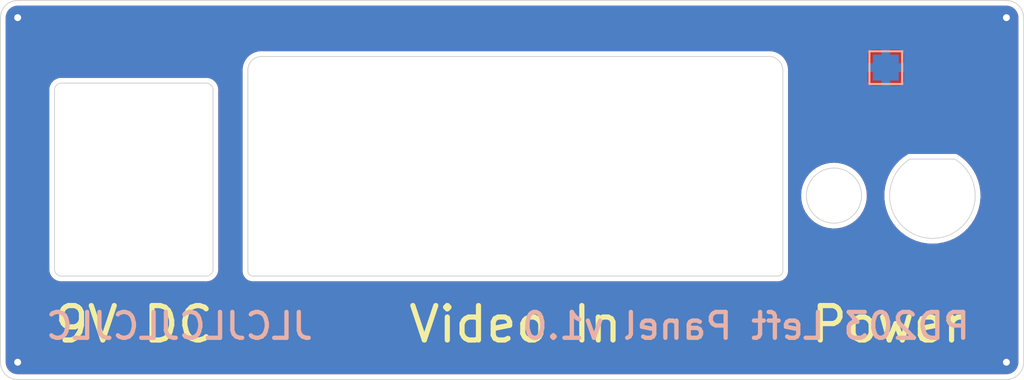
<source format=kicad_pcb>
(kicad_pcb (version 20211014) (generator pcbnew)
  (layers (0 "F.Cu" signal) (31 "B.Cu" signal) (36 "B.SilkS" user "B.Silkscreen") (37 "F.SilkS" user "F.Silkscreen") (38 "B.Mask" user) (39 "F.Mask" user) (44 "Edge.Cuts" user))
  (net 0 "")
  (net 1 "GND")
  (footprint "TestPoint:TestPoint_Pad_1.5x1.5mm" (layer "B.Cu") (at 80 38)
    (fp_text reference "TP1" hide)
    (fp_text value "TestPoint")
    (fp_line (start -0.95 -0.95) (end -0.95 0.95) (layer "B.SilkS") (width 0.12))
    (fp_line (start -0.95 0.95) (end 0.95 0.95) (layer "B.SilkS") (width 0.12))
    (fp_line (start 0.95 0.95) (end 0.95 -0.95) (layer "B.SilkS") (width 0.12))
    (fp_line (start 0.95 -0.95) (end -0.95 -0.95) (layer "B.SilkS") (width 0.12))
    (pad "1" smd rect (at 0 0) (size 1.5 1.5) (layers "B.Cu" "B.Mask") (net 1 "GND"))
  )
  (gr_line (start 29.61 34.1) (end 87 34.1) (layer "Edge.Cuts") (width 0.05))
  (gr_line (start 87 56.1) (end 29.61 56.1) (layer "Edge.Cuts") (width 0.05))
  (gr_line (start 31.75 49.7) (end 31.75 39.3) (layer "Edge.Cuts") (width 0.05))
  (gr_line (start 81.41 43.3087) (end 84 43.3087) (layer "Edge.Cuts") (width 0.05))
  (gr_arc (start 84 43.3087) (mid 82.705 47.911638) (end 81.41 43.3087) (layer "Edge.Cuts") (width 0.05))
  (gr_line (start 73.721 50.1) (end 43.271 50.1) (layer "Edge.Cuts") (width 0.05))
  (gr_arc (start 87 34.1) (mid 87.707107 34.392893) (end 88 35.1) (layer "Edge.Cuts") (width 0.05))
  (gr_arc (start 31.75 39.3) (mid 31.867157 39.017157) (end 32.15 38.9) (layer "Edge.Cuts") (width 0.05))
  (gr_circle (center 76.99 45.428) (end 78.59 45.428) (layer "Edge.Cuts") (width 0.05) (fill none))
  (gr_arc (start 88 55.1) (mid 87.707107 55.807107) (end 87 56.1) (layer "Edge.Cuts") (width 0.05))
  (gr_line (start 32.15 38.9) (end 40.55 38.9) (layer "Edge.Cuts") (width 0.05))
  (gr_arc (start 43.271 50.1) (mid 43.058868 50.012132) (end 42.971 49.8) (layer "Edge.Cuts") (width 0.05))
  (gr_line (start 42.971 49.8) (end 42.971 38.15) (layer "Edge.Cuts") (width 0.05))
  (gr_line (start 74.021 38.15) (end 74.021 49.8) (layer "Edge.Cuts") (width 0.05))
  (gr_arc (start 73.221 37.35) (mid 73.786685 37.584315) (end 74.021 38.15) (layer "Edge.Cuts") (width 0.05))
  (gr_arc (start 74.021 49.8) (mid 73.933132 50.012132) (end 73.721 50.1) (layer "Edge.Cuts") (width 0.05))
  (gr_line (start 40.95 39.3) (end 40.95 49.7) (layer "Edge.Cuts") (width 0.05))
  (gr_line (start 28.61 35.1) (end 28.61 55.1) (layer "Edge.Cuts") (width 0.05))
  (gr_line (start 40.55 50.1) (end 32.15 50.1) (layer "Edge.Cuts") (width 0.05))
  (gr_arc (start 32.15 50.1) (mid 31.867157 49.982843) (end 31.75 49.7) (layer "Edge.Cuts") (width 0.05))
  (gr_arc (start 29.61 56.1) (mid 28.902893 55.807107) (end 28.61 55.1) (layer "Edge.Cuts") (width 0.05))
  (gr_line (start 43.771 37.35) (end 73.221 37.35) (layer "Edge.Cuts") (width 0.05))
  (gr_arc (start 28.61 35.1) (mid 28.902893 34.392893) (end 29.61 34.1) (layer "Edge.Cuts") (width 0.05))
  (gr_arc (start 42.971 38.15) (mid 43.205315 37.584315) (end 43.771 37.35) (layer "Edge.Cuts") (width 0.05))
  (gr_arc (start 40.55 38.9) (mid 40.832843 39.017157) (end 40.95 39.3) (layer "Edge.Cuts") (width 0.05))
  (gr_arc (start 40.95 49.7) (mid 40.832843 49.982843) (end 40.55 50.1) (layer "Edge.Cuts") (width 0.05))
  (gr_line (start 88 35.1) (end 88 55.1) (layer "Edge.Cuts") (width 0.05))
  (gr_text "JLCJLCJLCJLC" (at 39 53) (layer "B.SilkS") (effects (font (size 1.5 1.5) (thickness 0.25)) (justify mirror)))
  (gr_text "PD203 Left Panel v1.0" (at 71.882 53) (layer "B.SilkS") (effects (font (size 1.5 1.5) (thickness 0.25)) (justify mirror)))
  (gr_text "Video In" (at 58.5 52.9) (layer "F.SilkS") (effects (font (size 2 2) (thickness 0.3))))
  (gr_text "Power" (at 80.15 52.9) (layer "F.SilkS") (effects (font (size 2 2) (thickness 0.3))))
  (gr_text "9V DC" (at 36.36 52.9) (layer "F.SilkS") (effects (font (size 2 2) (thickness 0.3))))
  (via (at 29.61 35.1) (size 0.6) (drill 0.4) (layers "F.Cu" "B.Cu") (net 1))
  (via (at 29.61 55.1) (size 0.6) (drill 0.4) (layers "F.Cu" "B.Cu") (net 1))
  (via (at 87 55.1) (size 0.6) (drill 0.4) (layers "F.Cu" "B.Cu") (net 1))
  (via (at 87 35.1) (size 0.6) (drill 0.4) (layers "F.Cu" "B.Cu") (net 1))
  (zone (net 1) (net_name "GND") (layer "F.Cu") (connect_pads (clearance 0.3048)) (min_thickness 0.254) (fill yes (thermal_gap 0.3048) (thermal_bridge_width 0.508))
    (polygon (pts (xy 88 34.1) (xy 88 56.1) (xy 28.61 56.1) (xy 28.61 34.1)))
  )
  (zone (net 1) (net_name "GND") (layer "B.Cu") (connect_pads (clearance 0.3048)) (min_thickness 0.254) (fill yes (thermal_gap 0.3048) (thermal_bridge_width 0.508))
    (polygon (pts (xy 88 34.1) (xy 88 56.1) (xy 28.61 56.1) (xy 28.61 34.1)))
  )
)
</source>
